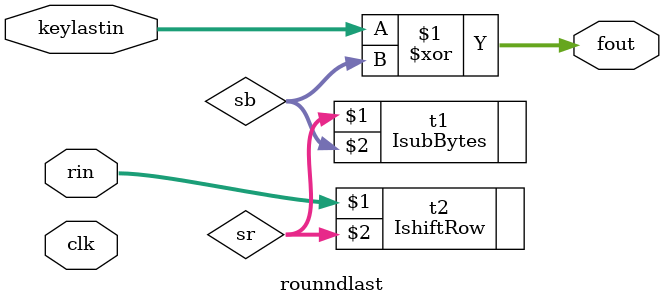
<source format=v>
module rounndlast(clk,rin,keylastin,fout);

	input clk;
	input [127:0]rin;
	input [127:0]keylastin;
	output [127:0]fout;

	wire [127:0] sb,sr,mcl,keyout;

	IshiftRow t2(rin, sr);
	IsubBytes t1(sr, sb);
	assign fout = keylastin ^ sb;

endmodule 
</source>
